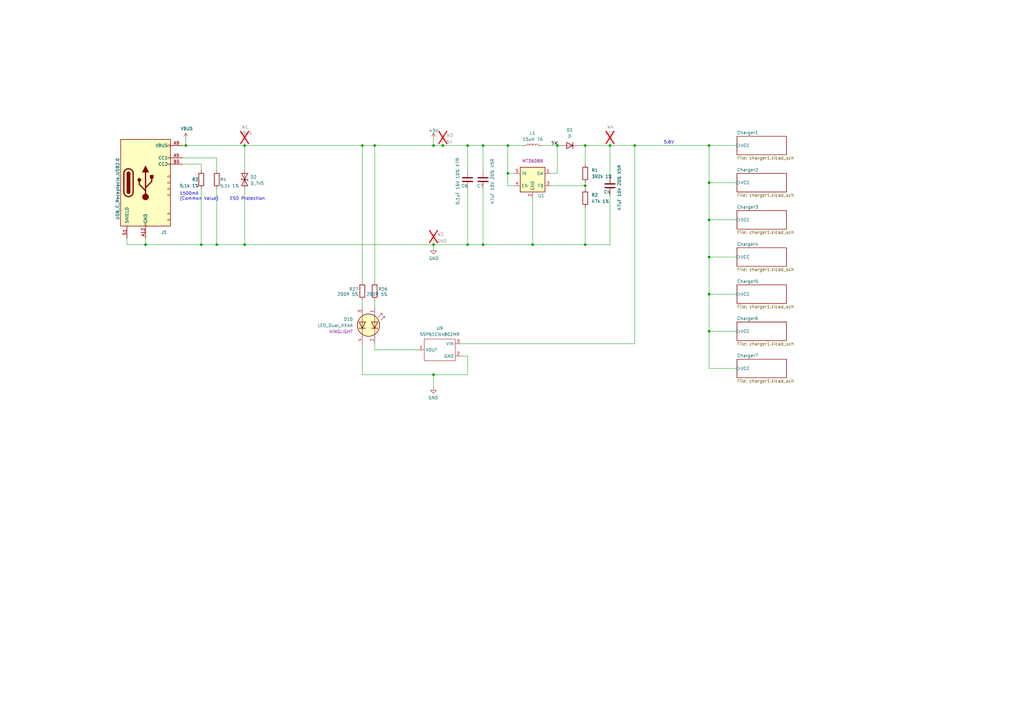
<source format=kicad_sch>
(kicad_sch (version 20250114) (generator "eeschema") (generator_version "9.0")
  (paper "A3")
  (title_block (title "Hex Charger PCB") (date "2025-10-02") (rev "1.4") (company "Systemic Games, LLC"))
  (lib_symbols
    (symbol "Device:C" (pin_numbers (hide yes)) (pin_names (offset 0.254))
      (property "Reference" "C" (at 0.635 2.54 0))
      (property "Value" "C" (at 0.635 -2.54 0))
      (symbol "C_0_1"
        (polyline (pts (xy -2.032 0.762) (xy 2.032 0.762)) (stroke (width 0.508)))
        (polyline (pts (xy -2.032 -0.762) (xy 2.032 -0.762)) (stroke (width 0.508)))
      )
      (symbol "C_1_1"
        (pin passive line (at 0 3.81 270) (length 2.794) (name "~") (number "1"))
        (pin passive line (at 0 -3.81 90) (length 2.794) (name "~") (number "2"))
      )
    )
    (symbol "Device:D" (pin_numbers (hide yes)) (pin_names (offset 1.016) (hide yes))
      (property "Reference" "D" (at 0 2.54 0))
      (property "Value" "D" (at 0 -2.54 0))
      (symbol "D_0_1"
        (polyline (pts (xy -1.27 1.27) (xy -1.27 -1.27)) (stroke (width 0.254)))
        (polyline (pts (xy 1.27 1.27) (xy 1.27 -1.27) (xy -1.27 0) (xy 1.27 1.27)) (stroke (width 0.254)))
        (polyline (pts (xy 1.27 0) (xy -1.27 0)))
      )
      (symbol "D_1_1"
        (pin passive line (at -3.81 0 0) (length 2.54) (name "K") (number "1"))
        (pin passive line (at 3.81 0 180) (length 2.54) (name "A") (number "2"))
      )
    )
    (symbol "Device:D_TVS" (pin_numbers (hide yes)) (pin_names (offset 1.016) (hide yes))
      (property "Reference" "D" (at 0 2.54 0))
      (property "Value" "D_TVS" (at 0 -2.54 0))
      (symbol "D_TVS_0_1"
        (polyline (pts (xy -2.54 1.27) (xy -2.54 -1.27) (xy 2.54 1.27) (xy 2.54 -1.27) (xy -2.54 1.27)) (stroke (width 0.254)))
        (polyline (pts (xy 0.508 1.27) (xy 0 1.27) (xy 0 -1.27) (xy -0.508 -1.27)) (stroke (width 0.254)))
        (polyline (pts (xy 1.27 0) (xy -1.27 0)))
      )
      (symbol "D_TVS_1_1"
        (pin passive line (at -3.81 0 0) (length 2.54) (name "A1") (number "1"))
        (pin passive line (at 3.81 0 180) (length 2.54) (name "A2") (number "2"))
      )
    )
    (symbol "Device:L" (pin_numbers (hide yes)) (pin_names (offset 1.016) (hide yes))
      (property "Reference" "L" (at -1.27 0 90))
      (property "Value" "L" (at 1.905 0 90))
      (symbol "L_0_1"
        (arc (start 0 2.54) (mid 0.6323 1.905) (end 0 1.27))
        (arc (start 0 1.27) (mid 0.6323 0.635) (end 0 0))
        (arc (start 0 0) (mid 0.6323 -0.635) (end 0 -1.27))
        (arc (start 0 -1.27) (mid 0.6323 -1.905) (end 0 -2.54))
      )
      (symbol "L_1_1"
        (pin passive line (at 0 3.81 270) (length 1.27) (name "1") (number "1"))
        (pin passive line (at 0 -3.81 90) (length 1.27) (name "2") (number "2"))
      )
    )
    (symbol "Device:R" (pin_numbers (hide yes)) (pin_names (offset 0))
      (property "Reference" "R" (at 2.032 0 90))
      (property "Value" "R" (at 0 0 90))
      (symbol "R_0_1"
        (rectangle (start -1.016 -2.54) (end 1.016 2.54) (stroke (width 0.254)))
      )
      (symbol "R_1_1"
        (pin passive line (at 0 3.81 270) (length 1.27) (name "~") (number "1"))
        (pin passive line (at 0 -3.81 90) (length 1.27) (name "~") (number "2"))
      )
    )
    (symbol "Pixels-dice:LED_Dual_KKAA" (pin_names (offset 0) (hide yes))
      (property "Reference" "D" (at 0 5.715 0))
      (property "Value" "LED_Dual_KKAA" (at 0 -6.35 0))
      (symbol "LED_Dual_KKAA_0_1"
        (polyline (pts (xy -5.08 2.54) (xy 2.032 2.54)))
        (polyline (pts (xy -5.08 -2.54) (xy 2.032 -2.54)))
        (polyline (pts (xy -1.27 3.81) (xy -1.27 1.27)) (stroke (width 0.254)))
        (polyline (pts (xy -1.27 -1.27) (xy -1.27 -3.81)) (stroke (width 0.254)))
        (circle (center 0 0) (radius 4.572) (stroke (width 0.254)) (fill (type background)))
        (polyline (pts (xy 1.27 3.81) (xy 1.27 1.27) (xy -1.27 2.54) (xy 1.27 3.81)) (stroke (width 0.254)))
        (polyline (pts (xy 1.27 -1.27) (xy 1.27 -3.81) (xy -1.27 -2.54) (xy 1.27 -1.27)) (stroke (width 0.254)))
        (polyline (pts (xy 2.032 5.08) (xy 3.556 6.604) (xy 2.794 6.604) (xy 3.556 6.604) (xy 3.556 5.842)))
        (polyline (pts (xy 3.302 4.064) (xy 4.826 5.588) (xy 4.064 5.588) (xy 4.826 5.588) (xy 4.826 4.826)))
        (polyline (pts (xy 3.81 2.54) (xy 1.905 2.54)))
        (polyline (pts (xy 3.81 -2.54) (xy 1.905 -2.54)))
      )
      (symbol "LED_Dual_KKAA_1_1"
        (pin input line (at -7.62 2.54 0) (length 3.048) (name "K1") (number "2"))
        (pin input line (at -7.62 -2.54 0) (length 3.048) (name "K2") (number "4"))
        (pin input line (at 7.62 2.54 180) (length 3.81) (name "A1") (number "1"))
        (pin input line (at 7.62 -2.54 180) (length 3.81) (name "A2") (number "3"))
      )
    )
    (symbol "Pixels-dice:SSP61CN4802MR"
      (property "Reference" "U" (at 0 -5.842 0))
      (property "Value" "SSP61CN4802MR" (at 0 0 0))
      (symbol "SSP61CN4802MR_0_1"
        (rectangle (start -6.35 4.445) (end 6.35 -4.445))
      )
      (symbol "SSP61CN4802MR_1_1"
        (pin power_in line (at -8.89 2.54 0) (length 2.54) (name "VIN") (number "3"))
        (pin power_in line (at -8.89 -2.54 0) (length 2.54) (name "GND") (number "2"))
        (pin output line (at 8.89 0 180) (length 2.54) (name "VOUT") (number "1"))
      )
    )
    (symbol "Pixels-dice:TEST_1P-conn" (pin_numbers (hide yes)) (pin_names (offset 0.762) (hide yes))
      (property "Reference" "W" (at 0 6.858 0))
      (property "Value" "TEST_1P-conn" (at 0 5.08 0))
      (symbol "TEST_1P-conn_0_1"
        (circle (center 0 3.302) (radius 0.762))
      )
      (symbol "TEST_1P-conn_1_1"
        (pin passive line (at 0 0 90) (length 2.54) (name "1") (number "1"))
      )
    )
    (symbol "Pixels-dice:USB_C_Receptacle_USB2.0" (pin_names (offset 1.016))
      (property "Reference" "J" (at -10.16 19.05 0))
      (property "Value" "USB_C_Receptacle_USB2.0" (at 19.05 19.05 0))
      (symbol "USB_C_Receptacle_USB2.0_0_0"
        (rectangle (start -0.254 -17.78) (end 0.254 -16.764))
        (rectangle (start 10.16 15.494) (end 9.144 14.986))
        (rectangle (start 10.16 10.414) (end 9.144 9.906))
        (rectangle (start 10.16 7.874) (end 9.144 7.366))
        (rectangle (start 10.16 2.794) (end 9.144 2.286))
        (rectangle (start 10.16 0.254) (end 9.144 -0.254))
        (rectangle (start 10.16 -2.286) (end 9.144 -2.794))
        (rectangle (start 10.16 -4.826) (end 9.144 -5.334))
        (rectangle (start 10.16 -12.446) (end 9.144 -12.954))
        (rectangle (start 10.16 -14.986) (end 9.144 -15.494))
      )
      (symbol "USB_C_Receptacle_USB2.0_0_1"
        (rectangle (start -10.16 17.78) (end 10.16 -17.78) (stroke (width 0.254)) (fill (type background)))
        (polyline (pts (xy -8.89 -3.81) (xy -8.89 3.81)) (stroke (width 0.508)))
        (rectangle (start -7.62 -3.81) (end -6.35 3.81) (stroke (width 0.254)) (fill (type outline)))
        (arc (start -7.62 3.81) (mid -6.985 4.4422) (end -6.35 3.81) (stroke (width 0.254)))
        (arc (start -7.62 3.81) (mid -6.985 4.4422) (end -6.35 3.81) (stroke (width 0.254)) (fill (type outline)))
        (arc (start -8.89 3.81) (mid -6.985 5.7066) (end -5.08 3.81) (stroke (width 0.508)))
        (arc (start -5.08 -3.81) (mid -6.985 -5.7066) (end -8.89 -3.81) (stroke (width 0.508)))
        (arc (start -6.35 -3.81) (mid -6.985 -4.4422) (end -7.62 -3.81) (stroke (width 0.254)))
        (arc (start -6.35 -3.81) (mid -6.985 -4.4422) (end -7.62 -3.81) (stroke (width 0.254)) (fill (type outline)))
        (polyline (pts (xy -5.08 3.81) (xy -5.08 -3.81)) (stroke (width 0.508)))
        (circle (center -2.54 1.143) (radius 0.635) (stroke (width 0.254)) (fill (type outline)))
        (polyline (pts (xy -1.27 4.318) (xy 0 6.858) (xy 1.27 4.318) (xy -1.27 4.318)) (stroke (width 0.254)) (fill (type outline)))
        (polyline (pts (xy 0 -2.032) (xy 2.54 0.508) (xy 2.54 1.778)) (stroke (width 0.508)))
        (polyline (pts (xy 0 -3.302) (xy -2.54 -0.762) (xy -2.54 0.508)) (stroke (width 0.508)))
        (polyline (pts (xy 0 -5.842) (xy 0 4.318)) (stroke (width 0.508)))
        (circle (center 0 -5.842) (radius 1.27) (fill (type outline)))
        (rectangle (start 1.905 1.778) (end 3.175 3.048) (stroke (width 0.254)) (fill (type outline)))
      )
      (symbol "USB_C_Receptacle_USB2.0_1_1"
        (pin passive line (at -7.62 -22.86 90) (length 5.08) (name "SHIELD") (number "S1"))
        (pin passive line (at 0 -22.86 90) (length 5.08) (name "GND") (number "A12"))
        (pin passive line (at 0 -22.86 90) (length 5.08) (hide yes) (name "GND") (number "B12"))
        (pin passive line (at 15.24 15.24 180) (length 5.08) (name "VBUS") (number "A9"))
        (pin passive line (at 15.24 15.24 180) (length 5.08) (hide yes) (name "VBUS") (number "B9"))
        (pin bidirectional line (at 15.24 10.16 180) (length 5.08) (name "CC1") (number "A5"))
        (pin bidirectional line (at 15.24 7.62 180) (length 5.08) (name "CC2") (number "B5"))
      )
    )
    (symbol "Regulator_Switching:MT3608"
      (property "Reference" "U" (at -2.54 8.89 0))
      (property "Value" "MT3608" (at -3.81 6.35 0))
      (symbol "MT3608_0_1"
        (rectangle (start -5.08 5.08) (end 5.08 -5.08) (stroke (width 0.254)) (fill (type background)))
      )
      (symbol "MT3608_1_1"
        (pin power_in line (at -7.62 2.54 0) (length 2.54) (name "IN") (number "5"))
        (pin input line (at -7.62 -2.54 0) (length 2.54) (name "EN") (number "4"))
        (pin power_in line (at 0 -7.62 90) (length 2.54) (name "GND") (number "2"))
        (pin no_connect line (at 5.08 0 180) (length 2.54) (hide yes) (name "NC") (number "6"))
        (pin passive line (at 7.62 2.54 180) (length 2.54) (name "SW") (number "1"))
        (pin input line (at 7.62 -2.54 180) (length 2.54) (name "FB") (number "3"))
      )
    )
    (symbol "power:+5V" (power) (pin_names (offset 0))
      (property "Value" "+5V" (at 0 3.556 0))
      (symbol "+5V_0_1"
        (polyline (pts (xy -0.762 1.27) (xy 0 2.54)))
        (polyline (pts (xy 0 2.54) (xy 0.762 1.27)))
        (polyline (pts (xy 0 0) (xy 0 2.54)))
      )
      (symbol "+5V_1_1"
        (pin power_in line (at 0 0 90) (length 0) (hide yes) (name "+5V") (number "1"))
      )
    )
    (symbol "power:GND" (power) (pin_names (offset 0))
      (property "Value" "GND" (at 0 -3.81 0))
      (symbol "GND_0_1"
        (polyline (pts (xy 0 0) (xy 0 -1.27) (xy 1.27 -1.27) (xy 0 -2.54) (xy -1.27 -1.27) (xy 0 -1.27)))
      )
      (symbol "GND_1_1"
        (pin power_in line (at 0 0 270) (length 0) (hide yes) (name "GND") (number "1"))
      )
    )
    (symbol "power:VBUS" (power) (pin_names (offset 0))
      (property "Value" "VBUS" (at 0 3.81 0))
      (symbol "VBUS_0_1"
        (polyline (pts (xy -0.762 1.27) (xy 0 2.54)))
        (polyline (pts (xy 0 2.54) (xy 0.762 1.27)))
        (polyline (pts (xy 0 0) (xy 0 2.54)))
      )
      (symbol "VBUS_1_1"
        (pin power_in line (at 0 0 90) (length 0) (hide yes) (name "VBUS") (number "1"))
      )
    )
  )
  (text "1500mA\n(Common Value)" (at 73.66 82.296 0) (effects (font (size 1.27 1.27)) (justify left bottom)))
  (text "5.6V" (at 274.32 58.42 0) (effects (font (size 1.27 1.27))))
  (text "ESD Protection" (at 94.234 82.296 0) (effects (font (size 1.27 1.27)) (justify left bottom)))
  (junction (at 290.83 59.69))
  (junction (at 100.33 59.69))
  (junction (at 177.8 153.67))
  (junction (at 290.83 135.89))
  (junction (at 82.55 100.33))
  (junction (at 88.9 100.33))
  (junction (at 290.83 74.93))
  (junction (at 228.6 59.69))
  (junction (at 260.35 59.69))
  (junction (at 290.83 90.17))
  (junction (at 240.03 59.69))
  (junction (at 290.83 105.41))
  (junction (at 153.67 59.69))
  (junction (at 148.59 59.69))
  (junction (at 240.03 100.33))
  (junction (at 181.61 59.69))
  (junction (at 100.33 100.33))
  (junction (at 76.2 59.69))
  (junction (at 208.28 71.12))
  (junction (at 290.83 120.65))
  (junction (at 208.28 59.69))
  (junction (at 177.8 59.69))
  (junction (at 198.12 100.33))
  (junction (at 191.77 100.33))
  (junction (at 240.03 76.2))
  (junction (at 218.44 100.33))
  (junction (at 191.77 59.69))
  (junction (at 198.12 59.69))
  (junction (at 177.8 100.33))
  (junction (at 250.19 59.69))
  (junction (at 59.69 100.33))
  (wire (pts (xy 88.9 100.33) (xy 100.33 100.33)))
  (wire (pts (xy 191.77 77.47) (xy 191.77 100.33)))
  (wire (pts (xy 226.06 71.12) (xy 228.6 71.12)))
  (wire (pts (xy 228.6 59.69) (xy 229.87 59.69)))
  (wire (pts (xy 260.35 59.69) (xy 260.35 140.97)))
  (wire (pts (xy 208.28 59.69) (xy 208.28 71.12)))
  (wire (pts (xy 153.67 143.51) (xy 171.45 143.51)))
  (wire (pts (xy 290.83 90.17) (xy 302.26 90.17)))
  (wire (pts (xy 153.67 140.97) (xy 153.67 143.51)))
  (wire (pts (xy 240.03 59.69) (xy 250.19 59.69)))
  (wire (pts (xy 290.83 74.93) (xy 290.83 90.17)))
  (wire (pts (xy 210.82 76.2) (xy 208.28 76.2)))
  (wire (pts (xy 76.2 57.15) (xy 76.2 59.69)))
  (wire (pts (xy 148.59 140.97) (xy 148.59 153.67)))
  (wire (pts (xy 237.49 59.69) (xy 240.03 59.69)))
  (wire (pts (xy 59.69 97.79) (xy 59.69 100.33)))
  (wire (pts (xy 226.06 76.2) (xy 240.03 76.2)))
  (wire (pts (xy 290.83 135.89) (xy 302.26 135.89)))
  (wire (pts (xy 191.77 69.85) (xy 191.77 59.69)))
  (wire (pts (xy 88.9 77.47) (xy 88.9 100.33)))
  (wire (pts (xy 177.8 153.67) (xy 148.59 153.67)))
  (wire (pts (xy 290.83 90.17) (xy 290.83 105.41)))
  (wire (pts (xy 52.07 97.79) (xy 52.07 100.33)))
  (wire (pts (xy 198.12 59.69) (xy 208.28 59.69)))
  (wire (pts (xy 214.63 59.69) (xy 208.28 59.69)))
  (wire (pts (xy 222.25 59.69) (xy 228.6 59.69)))
  (wire (pts (xy 208.28 71.12) (xy 210.82 71.12)))
  (wire (pts (xy 228.6 71.12) (xy 228.6 59.69)))
  (wire (pts (xy 198.12 77.47) (xy 198.12 100.33)))
  (wire (pts (xy 88.9 64.77) (xy 88.9 69.85)))
  (wire (pts (xy 290.83 151.13) (xy 302.26 151.13)))
  (wire (pts (xy 290.83 59.69) (xy 290.83 74.93)))
  (wire (pts (xy 250.19 59.69) (xy 250.19 72.39)))
  (wire (pts (xy 260.35 59.69) (xy 290.83 59.69)))
  (wire (pts (xy 148.59 59.69) (xy 153.67 59.69)))
  (wire (pts (xy 198.12 100.33) (xy 218.44 100.33)))
  (wire (pts (xy 189.23 146.05) (xy 191.77 146.05)))
  (wire (pts (xy 191.77 59.69) (xy 198.12 59.69)))
  (wire (pts (xy 181.61 59.69) (xy 191.77 59.69)))
  (wire (pts (xy 290.83 120.65) (xy 290.83 135.89)))
  (wire (pts (xy 250.19 100.33) (xy 250.19 80.01)))
  (wire (pts (xy 240.03 100.33) (xy 250.19 100.33)))
  (wire (pts (xy 100.33 100.33) (xy 177.8 100.33)))
  (wire (pts (xy 191.77 153.67) (xy 177.8 153.67)))
  (wire (pts (xy 290.83 105.41) (xy 290.83 120.65)))
  (wire (pts (xy 240.03 100.33) (xy 240.03 85.09)))
  (wire (pts (xy 290.83 74.93) (xy 302.26 74.93)))
  (wire (pts (xy 74.93 59.69) (xy 76.2 59.69)))
  (wire (pts (xy 191.77 146.05) (xy 191.77 153.67)))
  (wire (pts (xy 74.93 64.77) (xy 88.9 64.77)))
  (wire (pts (xy 198.12 59.69) (xy 198.12 69.85)))
  (wire (pts (xy 82.55 67.31) (xy 82.55 69.85)))
  (wire (pts (xy 153.67 59.69) (xy 153.67 115.57)))
  (wire (pts (xy 59.69 100.33) (xy 82.55 100.33)))
  (wire (pts (xy 153.67 59.69) (xy 177.8 59.69)))
  (wire (pts (xy 290.83 120.65) (xy 302.26 120.65)))
  (wire (pts (xy 82.55 100.33) (xy 88.9 100.33)))
  (wire (pts (xy 52.07 100.33) (xy 59.69 100.33)))
  (wire (pts (xy 240.03 76.2) (xy 240.03 77.47)))
  (wire (pts (xy 82.55 77.47) (xy 82.55 100.33)))
  (wire (pts (xy 100.33 59.69) (xy 148.59 59.69)))
  (wire (pts (xy 218.44 100.33) (xy 240.03 100.33)))
  (wire (pts (xy 290.83 59.69) (xy 302.26 59.69)))
  (wire (pts (xy 177.8 100.33) (xy 177.8 101.6)))
  (wire (pts (xy 177.8 57.15) (xy 177.8 59.69)))
  (wire (pts (xy 76.2 59.69) (xy 100.33 59.69)))
  (wire (pts (xy 74.93 67.31) (xy 82.55 67.31)))
  (wire (pts (xy 177.8 158.75) (xy 177.8 153.67)))
  (wire (pts (xy 208.28 76.2) (xy 208.28 71.12)))
  (wire (pts (xy 290.83 105.41) (xy 302.26 105.41)))
  (wire (pts (xy 153.67 123.19) (xy 153.67 125.73)))
  (wire (pts (xy 250.19 59.69) (xy 260.35 59.69)))
  (wire (pts (xy 177.8 100.33) (xy 191.77 100.33)))
  (wire (pts (xy 240.03 76.2) (xy 240.03 74.93)))
  (wire (pts (xy 148.59 123.19) (xy 148.59 125.73)))
  (wire (pts (xy 189.23 140.97) (xy 260.35 140.97)))
  (wire (pts (xy 177.8 59.69) (xy 181.61 59.69)))
  (wire (pts (xy 290.83 135.89) (xy 290.83 151.13)))
  (wire (pts (xy 218.44 100.33) (xy 218.44 81.28)))
  (wire (pts (xy 100.33 77.47) (xy 100.33 100.33)))
  (wire (pts (xy 148.59 59.69) (xy 148.59 115.57)))
  (wire (pts (xy 100.33 59.69) (xy 100.33 69.85)))
  (wire (pts (xy 191.77 100.33) (xy 198.12 100.33)))
  (wire (pts (xy 240.03 59.69) (xy 240.03 67.31)))
  (label "SW" (at 226.06 59.69 0))
  (symbol (lib_id "Device:R") (at 88.9 73.66 180) (unit 1)
    (property "Reference" "R4" (at 90.17 73.66 0) (effects (justify right)))
    (property "Value" "5.1k 1%" (at 90.17 76.2 0) (effects (justify right)))
    (property "Footprint" "Resistor_SMD:R_0402_1005Metric" (effects (hide yes)))
    (property "Part Number" "0402WGF5101TCE" (effects (hide yes)))
    (property "Manufacturer" "UNI-ROYAL(Uniroyal Elec)" (effects (hide yes)))
    (property "Pixels Part Number" "SMD-R101" (effects (hide yes)))
    (property "LCSC Part #" "C25905" (effects (hide yes)))
  )
  (symbol (lib_id "Pixels-dice:TEST_1P-conn") (at 250.19 59.69 0) (unit 1) (in_bom no) (dnp yes)
    (property "Reference" "W4" (at 248.92 52.07 0) (effects (justify left)))
    (property "Value" "VCC" (at 248.158 54.61 0) (effects (justify left)))
    (property "Footprint" "Pixels-dice:TestPoint_1.5x1.5_Drill0.9mm" (effects (hide yes)))
  )
  (symbol (lib_id "Pixels-dice:TEST_1P-conn") (at 181.61 59.69 0) (unit 1) (in_bom no) (dnp yes)
    (property "Reference" "W3" (at 183.007 55.4795 0) (effects (justify left)))
    (property "Value" "5V" (at 183.007 58.2546 0) (effects (justify left)))
    (property "Footprint" "Pixels-dice:TestPoint_1.5x1.5_Drill0.9mm" (effects (hide yes)))
  )
  (symbol (lib_id "Device:L") (at 218.44 59.69 90) (unit 1)
    (property "Reference" "L1" (at 218.44 54.61 90))
    (property "Value" "15uH 7A" (at 218.44 57.15 90))
    (property "Footprint" "Inductor_SMD:L_Sunlord_MWSA1005S" (effects (hide yes)))
    (property "Description" "Inductor" (effects (hide yes)))
    (property "Manufacturer" "COILMX" (effects (hide yes)))
    (property "Part Number" "MS1050-150M" (effects (hide yes)))
    (property "Alternate Part Number" "YT0650H-100M" (effects (hide yes)))
    (property "LCSC Part #" "C18337490" (effects (hide yes)))
  )
  (symbol (lib_id "Regulator_Switching:MT3608") (at 218.44 73.66 0) (unit 1)
    (property "Reference" "U1" (at 221.996 80.264 0))
    (property "Value" "MT3608B" (effects (hide yes)))
    (property "Footprint" "Package_TO_SOT_SMD:SOT-23-6" (effects (hide yes)))
    (property "Datasheet" "https://www.olimex.com/Products/Breadboarding/BB-PWR-3608/resources/MT3608.pdf" (effects (hide yes)))
    (property "Description" "High Efficiency 1.2MHz 2A Step Up Converter, 2-24V Vin, 28V Vout, 4A current limit, 1.2MHz, SOT23-6" (effects (hide yes)))
    (property "Manufacturer" "XI'AN Aerosemi Tech" (effects (hide yes)))
    (property "Part Number" "MT3608B" (at 218.44 66.04 0))
    (property "LCSC Part #" "C19189893" (effects (hide yes)))
  )
  (symbol (lib_id "Device:R") (at 240.03 71.12 0) (unit 1)
    (property "Reference" "R1" (at 242.57 69.8499 0) (effects (justify left)))
    (property "Value" "392k 1%" (at 242.57 72.3899 0) (effects (justify left)))
    (property "Footprint" "Resistor_SMD:R_0402_1005Metric" (effects (hide yes)))
    (property "Description" "Resistor" (effects (hide yes)))
    (property "Manufacturer" "UNI-ROYAL(Uniroyal Elec)" (effects (hide yes)))
    (property "Part Number" "0402WGF3923TCE" (effects (hide yes)))
  )
  (symbol (lib_id "Pixels-dice:TEST_1P-conn") (at 177.8 100.33 0) (unit 1) (in_bom no) (dnp yes)
    (property "Reference" "W2" (at 179.197 96.1195 0) (effects (justify left)))
    (property "Value" "GND" (at 179.197 98.8946 0) (effects (justify left)))
    (property "Footprint" "Pixels-dice:TestPoint_1.5x1.5_Drill0.9mm" (effects (hide yes)))
  )
  (symbol (lib_id "Device:D_TVS") (at 100.33 73.66 270) (unit 1)
    (property "Reference" "D2" (at 102.616 72.644 90) (effects (justify left)))
    (property "Value" "D_TVS" (at 102.616 75.184 90) (effects (justify left)))
    (property "Footprint" "Pixels-dice:DFN" (effects (hide yes)))
    (property "Manufacturer" "Murata" (effects (hide yes)))
    (property "Part Number" "LXES1UTAA1-157" (effects (hide yes)))
    (property "Alternate Manufacturer" "Cnnpchip品牌 " (effects (hide yes)))
    (property "Alternate Part Number" "LXES1UTAA1-157" (effects (hide yes)))
    (property "LCSC Part #" "C5210979" (effects (hide yes)))
  )
  (symbol (lib_id "Pixels-dice:USB_C_Receptacle_USB2.0") (at 59.69 74.93 0) (unit 1)
    (property "Reference" "J1" (at 67.31 95.25 0))
    (property "Value" "USB_C_Receptacle_USB2.0" (at 48.26 77.47 90))
    (property "Footprint" "Pixels-dice:USB-C-SMD_10P-P1.00-L6.8-W8.9" (effects (hide yes)))
    (property "Datasheet" "https://www.usb.org/sites/default/files/documents/usb_type-c.zip" (effects (hide yes)))
    (property "Part Number" "TYPE-C-31-M-17" (effects (hide yes)))
    (property "Manufacturer" "Korean Hroparts Elec" (effects (hide yes)))
    (property "Pixels Part Number" "SMD-J108" (effects (hide yes)))
    (property "Alternate Manufacturer" "Yusheng" (effects (hide yes)))
    (property "Alternate Part Number" "A-TPCB0602-00RB" (effects (hide yes)))
    (property "LCSC Part #" "C283540" (effects (hide yes)))
  )
  (symbol (lib_id "power:GND") (at 177.8 101.6 0) (unit 1)
    (property "Reference" "#PWR03" (effects (hide yes)))
    (property "Value" "GND" (at 177.927 105.9942 0))
  )
  (symbol (lib_id "Device:R") (at 240.03 81.28 0) (unit 1)
    (property "Reference" "R2" (at 242.57 80.0099 0) (effects (justify left)))
    (property "Value" "47k 1%" (at 242.57 82.5499 0) (effects (justify left)))
    (property "Footprint" "Resistor_SMD:R_0402_1005Metric" (effects (hide yes)))
    (property "Description" "Resistor" (effects (hide yes)))
    (property "Manufacturer" "UNI-ROYAL(Uniroyal Elec)" (effects (hide yes)))
    (property "Part Number" "0402WGF4702TCE" (effects (hide yes)))
  )
  (symbol (lib_id "Pixels-dice:SSP61CN4802MR") (at 180.34 143.51 0) (mirror y) (unit 1)
    (property "Reference" "U9" (at 180.34 134.62 0))
    (property "Value" "SSP61CN4802MR" (at 180.34 137.16 0))
    (property "Footprint" "Package_TO_SOT_SMD:SOT-23" (effects (hide yes)))
    (property "Manufacturer" "UMW(Youtai Semiconductor Co., Ltd.)" (effects (hide yes)))
    (property "Part Number" "HT7050S" (effects (hide yes)))
    (property "LCSC Part #" "C2842953" (effects (hide yes)))
  )
  (symbol (lib_id "power:+5V") (at 177.8 57.15 0) (unit 1)
    (property "Reference" "#PWR02" (effects (hide yes)))
    (property "Value" "+5V" (at 177.8 53.5455 0))
  )
  (symbol (lib_id "Device:C") (at 250.19 76.2 0) (unit 1)
    (property "Reference" "C4" (at 247.65 78.74 0) (effects (justify left)))
    (property "Value" "47uF 10V 20% X5R" (at 254 86.36 90) (effects (justify left)))
    (property "Footprint" "Capacitor_SMD:C_1206_3216Metric" (effects (hide yes)))
    (property "Part Number" " CGA1206X5R476M100NT" (effects (hide yes)))
    (property "Manufacturer" "HRE" (effects (hide yes)))
  )
  (symbol (lib_id "Device:C") (at 198.12 73.66 0) (unit 1)
    (property "Reference" "C7" (at 195.58 76.2 0) (effects (justify left)))
    (property "Value" "47uF 10V 20% X5R" (at 201.93 83.82 90) (effects (justify left)))
    (property "Footprint" "Capacitor_SMD:C_1206_3216Metric" (effects (hide yes)))
    (property "Part Number" " CGA1206X5R476M100NT" (effects (hide yes)))
    (property "Manufacturer" "HRE" (effects (hide yes)))
  )
  (symbol (lib_id "Pixels-dice:TEST_1P-conn") (at 100.33 59.69 0) (unit 1) (in_bom no) (dnp yes)
    (property "Reference" "W1" (at 99.06 52.07 0) (effects (justify left)))
    (property "Value" "VBUS" (at 98.298 54.61 0) (effects (justify left)))
    (property "Footprint" "Pixels-dice:TestPoint_1.5x1.5_Drill0.9mm" (effects (hide yes)))
  )
  (symbol (lib_id "Device:C") (at 191.77 73.66 0) (unit 1)
    (property "Reference" "C6" (at 189.23 76.2 0) (effects (justify left)))
    (property "Value" "0.1uF 16V 10% X7R" (at 187.706 84.074 90) (effects (justify left)))
    (property "Footprint" "Capacitor_SMD:C_0603_1608Metric" (effects (hide yes)))
    (property "Part Number" "CGA0603X7R104K500JT" (effects (hide yes)))
    (property "Manufacturer" "HRE" (effects (hide yes)))
  )
  (symbol (lib_id "Pixels-dice:LED_Dual_KKAA") (at 151.13 133.35 270) (mirror x) (unit 1)
    (property "Reference" "D10" (at 144.78 130.9369 90) (effects (justify right)))
    (property "Value" "LED_Dual_KKAA" (at 144.78 133.4769 90) (effects (justify right)))
    (property "Footprint" "Pixels-dice:XL-3210SURUGC" (effects (hide yes)))
    (property "Description" "Dual LED, cathodes on pins 1 and 3" (effects (hide yes)))
    (property "Manufacturer" "XINGLIGHT" (at 144.78 136.0169 90) (effects (justify right)))
    (property "Part Number" "XL-3210SURUGC" (effects (hide yes)))
    (property "LCSC Part #" "C965883" (effects (hide yes)))
  )
  (symbol (lib_id "Device:R") (at 148.59 119.38 0) (mirror x) (unit 1)
    (property "Reference" "R27" (at 147.066 118.618 0) (effects (justify right)))
    (property "Value" "200R 5%" (at 147.066 120.65 0) (effects (justify right)))
    (property "Footprint" "Resistor_SMD:R_0402_1005Metric" (effects (hide yes)))
    (property "Part Number" "0402WGF2000TCE" (effects (hide yes)))
    (property "Manufacturer" "UNI-ROYAL(Uniroyal Elec)" (effects (hide yes)))
    (property "LCSC Part #" "C25087" (effects (hide yes)))
  )
  (symbol (lib_id "Device:R") (at 82.55 73.66 180) (unit 1)
    (property "Reference" "R3" (at 78.74 73.66 0) (effects (justify right)))
    (property "Value" "5.1k 1%" (at 73.66 76.2 0) (effects (justify right)))
    (property "Footprint" "Resistor_SMD:R_0402_1005Metric" (effects (hide yes)))
    (property "Part Number" "0402WGF5101TCE" (effects (hide yes)))
    (property "Manufacturer" "UNI-ROYAL(Uniroyal Elec)" (effects (hide yes)))
    (property "Pixels Part Number" "SMD-R101" (effects (hide yes)))
    (property "LCSC Part #" "C25905" (effects (hide yes)))
  )
  (symbol (lib_id "Device:R") (at 153.67 119.38 0) (mirror x) (unit 1)
    (property "Reference" "R26" (at 159.004 118.618 0) (effects (justify right)))
    (property "Value" "200R 5%" (at 159.004 120.65 0) (effects (justify right)))
    (property "Footprint" "Resistor_SMD:R_0402_1005Metric" (effects (hide yes)))
    (property "Part Number" "0402WGF2000TCE" (effects (hide yes)))
    (property "Manufacturer" "UNI-ROYAL(Uniroyal Elec)" (effects (hide yes)))
    (property "LCSC Part #" "C25087" (effects (hide yes)))
  )
  (symbol (lib_id "Device:D") (at 233.68 59.69 180) (unit 1)
    (property "Reference" "D1" (at 233.68 53.34 0))
    (property "Value" "D" (at 233.68 55.88 0))
    (property "Footprint" "Pixels-dice:SMAF" (effects (hide yes)))
    (property "Description" "Diode" (effects (hide yes)))
    (property "Sim.Device" "D" (effects (hide yes)))
    (property "Sim.Pins" "1=K 2=A" (effects (hide yes)))
    (property "Manufacturer" "GOODWORK" (effects (hide yes)))
    (property "Part Number" "SS54F" (effects (hide yes)))
    (property "Alternate Manufacturer" "HOTECH品牌 " (effects (hide yes)))
    (property "Alternate Part Number" "SS54F" (effects (hide yes)))
    (property "LCSC Part #" "C908671" (effects (hide yes)))
  )
  (symbol (lib_id "power:GND") (at 177.8 158.75 0) (mirror y) (unit 1)
    (property "Reference" "#PWR04" (effects (hide yes)))
    (property "Value" "GND" (at 177.673 163.1442 0))
  )
  (symbol (lib_id "power:VBUS") (at 76.2 57.15 0) (unit 1)
    (property "Reference" "#PWR01" (effects (hide yes)))
    (property "Value" "VBUS" (at 76.581 52.7558 0))
  )
  (sheet (at 302.26 86.36) (size 20.32 7.62) (stroke (width 0.1524))
    (property "Sheetname" "Charger3" (at 302.26 85.6484 0) (effects (justify left bottom)))
    (property "Sheetfile" "charger1.kicad_sch" (at 302.26 94.5646 0) (effects (justify left top)))
    (pin "VCC" input (at 302.26 90.17 180))
  )
  (sheet (at 302.26 147.32) (size 20.32 7.62) (stroke (width 0.1524))
    (property "Sheetname" "Charger7" (at 302.26 146.6084 0) (effects (justify left bottom)))
    (property "Sheetfile" "charger1.kicad_sch" (at 302.26 155.5246 0) (effects (justify left top)))
    (pin "VCC" input (at 302.26 151.13 180))
  )
  (sheet (at 302.26 132.08) (size 20.32 7.62) (stroke (width 0.1524))
    (property "Sheetname" "Charger6" (at 302.26 131.3684 0) (effects (justify left bottom)))
    (property "Sheetfile" "charger1.kicad_sch" (at 302.26 140.2846 0) (effects (justify left top)))
    (pin "VCC" input (at 302.26 135.89 180))
  )
  (sheet (at 302.26 55.88) (size 20.32 7.62) (stroke (width 0.1524))
    (property "Sheetname" "Charger1" (at 302.26 55.1684 0) (effects (justify left bottom)))
    (property "Sheetfile" "charger1.kicad_sch" (at 302.26 64.0846 0) (effects (justify left top)))
    (pin "VCC" input (at 302.26 59.69 180))
  )
  (sheet (at 302.26 101.6) (size 20.32 7.62) (stroke (width 0.1524))
    (property "Sheetname" "Charger4" (at 302.26 100.8884 0) (effects (justify left bottom)))
    (property "Sheetfile" "charger1.kicad_sch" (at 302.26 109.8046 0) (effects (justify left top)))
    (pin "VCC" input (at 302.26 105.41 180))
  )
  (sheet (at 302.26 71.12) (size 20.32 7.62) (stroke (width 0.1524))
    (property "Sheetname" "Charger2" (at 302.26 70.4084 0) (effects (justify left bottom)))
    (property "Sheetfile" "charger1.kicad_sch" (at 302.26 79.3246 0) (effects (justify left top)))
    (pin "VCC" input (at 302.26 74.93 180))
  )
  (sheet (at 302.26 116.84) (size 20.32 7.62) (stroke (width 0.1524))
    (property "Sheetname" "Charger5" (at 302.26 116.1284 0) (effects (justify left bottom)))
    (property "Sheetfile" "charger1.kicad_sch" (at 302.26 125.0446 0) (effects (justify left top)))
    (pin "VCC" input (at 302.26 120.65 180))
  )
)
</source>
